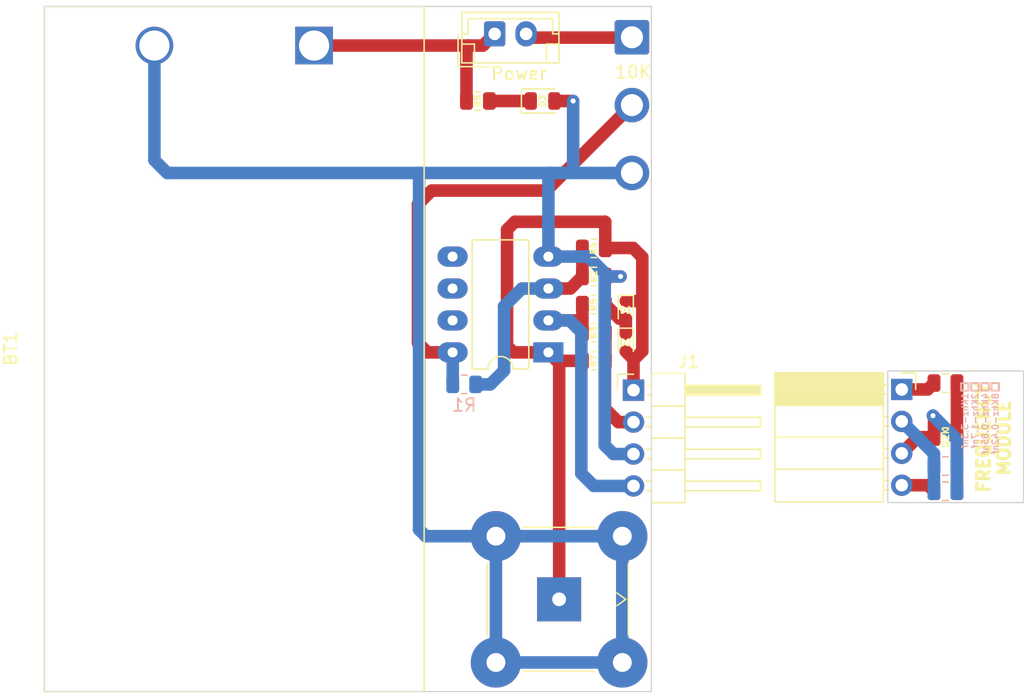
<source format=kicad_pcb>
(kicad_pcb (version 20211014) (generator pcbnew)
  (layers (0 "F.Cu" signal) (31 "B.Cu" signal) (34 "B.Paste" user) (35 "F.Paste" user) (36 "B.SilkS" user "B.Silkscreen") (37 "F.SilkS" user "F.Silkscreen") (38 "B.Mask" user) (39 "F.Mask" user) (44 "Edge.Cuts" user))
  (net 0 "")
  (net 1 "Net-(C3-Pad1)")
  (net 2 "Net-(C3-Pad2)")
  (net 3 "GND")
  (net 4 "Net-(C4-Pad2)")
  (net 5 "Net-(C5-Pad2)")
  (net 6 "Net-(D1-Pad2)")
  (net 7 "Net-(BT1-Pad1)")
  (net 8 "Net-(R1-Pad2)")
  (net 9 "Net-(R4-Pad2)")
  (net 10 "/Gnd_board")
  (net 11 "Net-(R3-Pad2)")
  (net 12 "Net-(R3-Pad1)")
  (net 13 "Net-(R1-Pad1)")
  (net 14 "Net-(RV1-Pad1)")
  (net 15 "Net-(D3-Pad1)")
  (footprint "Connector_Coaxial:BNC_TEConnectivity_1478035_Horizontal" (layer "F.Cu") (at 97.235 111.839894 -90)
    (fp_text reference "J3" hide)
    (fp_text value "Conn_Coaxial")
    (fp_line (start 2.825 -5.5) (end -2.825 -5.5) (layer "F.SilkS") (width 0.12))
    (fp_line (start 5.73 2.825) (end 5.73 -2.825) (layer "F.SilkS") (width 0.12))
    (fp_line (start -5.73 -2.825) (end -5.73 2.825) (layer "F.SilkS") (width 0.12))
    (fp_line (start 0 -5.3) (end 0.5 -4.6) (layer "F.SilkS") (width 0.12))
    (fp_line (start 0 -5.3) (end -0.5 -4.6) (layer "F.SilkS") (width 0.12))
    (fp_line (start -2.825 5.73) (end 2.825 5.73) (layer "F.SilkS") (width 0.12))
    (pad "1" thru_hole rect (at 0 0 270) (size 3.5 3.5) (drill 1.1) (layers *.Cu *.Mask) (net 9 "Net-(R4-Pad2)"))
    (pad "2" thru_hole circle (at 5.025 -5.025 270) (size 4 4) (drill 1.5) (layers *.Cu *.Mask) (net 3 "GND"))
    (pad "2" thru_hole circle (at 5.025 5.025 270) (size 4 4) (drill 1.5) (layers *.Cu *.Mask) (net 3 "GND"))
    (pad "2" thru_hole circle (at -5.025 -5.025 270) (size 4 4) (drill 1.5) (layers *.Cu *.Mask) (net 3 "GND"))
    (pad "2" thru_hole circle (at -5.025 5.025 270) (size 4 4) (drill 1.5) (layers *.Cu *.Mask) (net 3 "GND"))
  )
  (footprint "Battery:BatteryHolder_Eagle_12BH611-GR" (layer "F.Cu") (at 77.75 67.77 90)
    (fp_text reference "BT1" (at -24.13 -24.13 90) (layer "F.SilkS"))
    (fp_text value "9V")
    (fp_line (start -51.4 -21.45) (end 3.1 -21.45) (layer "F.SilkS") (width 0.12))
    (fp_line (start 3.1 8.75) (end -51.4 8.75) (layer "F.SilkS") (width 0.12))
    (fp_line (start 3.1 -21.45) (end 3.1 8.75) (layer "F.SilkS") (width 0.12))
    (fp_line (start -51.4 8.75) (end -51.4 -21.45) (layer "F.SilkS") (width 0.12))
    (pad "" np_thru_hole circle locked (at -24.15 4.75 90) (size 2.6 2.6) (drill 2.6) (layers *.Cu *.Mask))
    (pad "" np_thru_hole circle locked (at -38.9 -17.45 90) (size 2.6 2.6) (drill 2.6) (layers *.Cu *.Mask))
    (pad "" np_thru_hole circle locked (at -10.9 -17.45 90) (size 2.6 2.6) (drill 2.6) (layers *.Cu *.Mask))
    (pad "1" thru_hole rect locked (at 0 0 90) (size 3 3) (drill 2.4) (layers *.Cu *.Mask) (net 7 "Net-(BT1-Pad1)"))
    (pad "2" thru_hole circle locked (at 0 -12.7 90) (size 3 3) (drill 2.4) (layers *.Cu *.Mask) (net 3 "GND"))
  )
  (footprint "Resistor_SMD:R_0805_2012Metric" (layer "F.Cu") (at 127.96 103.24)
    (fp_text reference "C3" hide)
    (fp_text value "0.01uf")
    (fp_line (start -0.227064 0.735) (end 0.227064 0.735) (layer "F.SilkS") (width 0.12))
    (fp_line (start -0.227064 -0.735) (end 0.227064 -0.735) (layer "F.SilkS") (width 0.12))
    (pad "1" smd roundrect locked (at -0.9125 0) (size 1.025 1.4) (layers "F.Cu" "F.Paste" "F.Mask") (roundrect_rratio 0.243902) (net 1 "Net-(C3-Pad1)"))
    (pad "2" smd roundrect locked (at 0.9125 0) (size 1.025 1.4) (layers "F.Cu" "F.Paste" "F.Mask") (roundrect_rratio 0.243902) (net 2 "Net-(C3-Pad2)"))
  )
  (footprint "Connector_JST:JST_EH_B2B-EH-A_1x02_P2.50mm_Vertical" (layer "F.Cu") (at 92.11 66.84)
    (fp_text reference "Power" (at 1.927536 3.16) (layer "F.SilkS"))
    (fp_text value "SW_DIP_x01")
    (fp_line (start -1.61 0.81) (end -1.61 2.31) (layer "F.SilkS") (width 0.12))
    (fp_line (start 4.61 -1.21) (end 4.61 0) (layer "F.SilkS") (width 0.12))
    (fp_line (start -2.91 2.61) (end -0.41 2.61) (layer "F.SilkS") (width 0.12))
    (fp_line (start 4.11 0.81) (end 4.11 2.31) (layer "F.SilkS") (width 0.12))
    (fp_line (start -2.61 2.31) (end 5.11 2.31) (layer "F.SilkS") (width 0.12))
    (fp_line (start -2.11 -1.21) (end 4.61 -1.21) (layer "F.SilkS") (width 0.12))
    (fp_line (start -2.61 -1.71) (end -2.61 2.31) (layer "F.SilkS") (width 0.12))
    (fp_line (start 5.11 -1.71) (end -2.61 -1.71) (layer "F.SilkS") (width 0.12))
    (fp_line (start -2.61 0.81) (end -1.61 0.81) (layer "F.SilkS") (width 0.12))
    (fp_line (start 5.11 0.81) (end 4.11 0.81) (layer "F.SilkS") (width 0.12))
    (fp_line (start -2.11 0) (end -2.11 -1.21) (layer "F.SilkS") (width 0.12))
    (fp_line (start -2.91 0.11) (end -2.91 2.61) (layer "F.SilkS") (width 0.12))
    (fp_line (start -2.61 0) (end -2.11 0) (layer "F.SilkS") (width 0.12))
    (fp_line (start 5.11 2.31) (end 5.11 -1.71) (layer "F.SilkS") (width 0.12))
    (fp_line (start 4.61 0) (end 5.11 0) (layer "F.SilkS") (width 0.12))
    (pad "1" thru_hole roundrect locked (at 0 0) (size 1.7 2) (drill 1) (layers *.Cu *.Mask) (roundrect_rratio 0.147059) (net 7 "Net-(BT1-Pad1)"))
    (pad "2" thru_hole oval locked (at 2.5 0) (size 1.7 2) (drill 1) (layers *.Cu *.Mask) (net 14 "Net-(RV1-Pad1)"))
  )
  (footprint "Resistor_SMD:R_0805_2012Metric" (layer "F.Cu") (at 99.9975 88.385)
    (fp_text reference "R5" (at 0 0.005 90) (layer "F.SilkS") (effects (font (size 0.5 0.5) (thickness 0.125))))
    (fp_text value "470K")
    (fp_line (start -0.227064 -0.735) (end 0.227064 -0.735) (layer "F.SilkS") (width 0.12))
    (fp_line (start -0.227064 0.735) (end 0.227064 0.735) (layer "F.SilkS") (width 0.12))
    (pad "1" smd roundrect locked (at -0.9125 0) (size 1.025 1.4) (layers "F.Cu" "F.Paste" "F.Mask") (roundrect_rratio 0.243902) (net 12 "Net-(R3-Pad1)"))
    (pad "2" smd roundrect locked (at 0.9125 0) (size 1.025 1.4) (layers "F.Cu" "F.Paste" "F.Mask") (roundrect_rratio 0.243902) (net 6 "Net-(D1-Pad2)"))
  )
  (footprint "Connector_PinSocket_2.54mm:PinSocket_1x04_P2.54mm_Horizontal" (layer "F.Cu") (at 124.480322 95.14)
    (fp_text reference "J2" hide)
    (fp_text value "Freq_board")
    (fp_line (start -1.46 2.9) (end -1.05 2.9) (layer "F.SilkS") (width 0.12))
    (fp_line (start -1.46 7.98) (end -1.05 7.98) (layer "F.SilkS") (width 0.12))
    (fp_line (start -10.09 -0.383335) (end -1.46 -0.383335) (layer "F.SilkS") (width 0.12))
    (fp_line (start -10.09 -0.97381) (end -1.46 -0.97381) (layer "F.SilkS") (width 0.12))
    (fp_line (start -10.09 1.1519) (end -1.46 1.1519) (layer "F.SilkS") (width 0.12))
    (fp_line (start -10.09 8.95) (end -1.46 8.95) (layer "F.SilkS") (width 0.12))
    (fp_line (start -10.09 -0.02905) (end -1.46 -0.02905) (layer "F.SilkS") (width 0.12))
    (fp_line (start -1.46 0.36) (end -1.11 0.36) (layer "F.SilkS") (width 0.12))
    (fp_line (start -10.09 1.27) (end -1.46 1.27) (layer "F.SilkS") (width 0.12))
    (fp_line (start -10.09 -0.855715) (end -1.46 -0.855715) (layer "F.SilkS") (width 0.12))
    (fp_line (start 1.11 -1.33) (end 1.11 0) (layer "F.SilkS") (width 0.12))
    (fp_line (start -10.09 6.35) (end -1.46 6.35) (layer "F.SilkS") (width 0.12))
    (fp_line (start -1.46 -0.36) (end -1.11 -0.36) (layer "F.SilkS") (width 0.12))
    (fp_line (start -10.09 -0.147145) (end -1.46 -0.147145) (layer "F.SilkS") (width 0.12))
    (fp_line (start -1.46 5.44) (end -1.05 5.44) (layer "F.SilkS") (width 0.12))
    (fp_line (start -10.09 1.033805) (end -1.46 1.033805) (layer "F.SilkS") (width 0.12))
    (fp_line (start -10.09 -1.091905) (end -1.46 -1.091905) (layer "F.SilkS") (width 0.12))
    (fp_line (start -10.09 0.67952) (end -1.46 0.67952) (layer "F.SilkS") (width 0.12))
    (fp_line (start -10.09 -1.21) (end -1.46 -1.21) (layer "F.SilkS") (width 0.12))
    (fp_line (start -10.09 0.561425) (end -1.46 0.561425) (layer "F.SilkS") (width 0.12))
    (fp_line (start -10.09 -1.33) (end -10.09 8.95) (layer "F.SilkS") (width 0.12))
    (fp_line (start -10.09 -0.50143) (end -1.46 -0.50143) (layer "F.SilkS") (width 0.12))
    (fp_line (start -10.09 0.089045) (end -1.46 0.089045) (layer "F.SilkS") (width 0.12))
    (fp_line (start -10.09 -0.26524) (end -1.46 -0.26524) (layer "F.SilkS") (width 0.12))
    (fp_line (start -1.46 4.72) (end -1.05 4.72) (layer "F.SilkS") (width 0.12))
    (fp_line (start -10.09 -0.73762) (end -1.46 -0.73762) (layer "F.SilkS") (width 0.12))
    (fp_line (start -1.46 7.26) (end -1.05 7.26) (layer "F.SilkS") (width 0.12))
    (fp_line (start -10.09 0.797615) (end -1.46 0.797615) (layer "F.SilkS") (width 0.12))
    (fp_line (start -1.46 -1.33) (end -1.46 8.95) (layer "F.SilkS") (width 0.12))
    (fp_line (start -10.09 -0.619525) (end -1.46 -0.619525) (layer "F.SilkS") (width 0.12))
    (fp_line (start -10.09 0.91571) (end -1.46 0.91571) (layer "F.SilkS") (width 0.12))
    (fp_line (start -10.09 0.20714) (end -1.46 0.20714) (layer "F.SilkS") (width 0.12))
    (fp_line (start -1.46 2.18) (end -1.05 2.18) (layer "F.SilkS") (width 0.12))
    (fp_line (start 0 -1.33) (end 1.11 -1.33) (layer "F.SilkS") (width 0.12))
    (fp_line (start -10.09 -1.33) (end -1.46 -1.33) (layer "F.SilkS") (width 0.12))
    (fp_line (start -10.09 3.81) (end -1.46 3.81) (layer "F.SilkS") (width 0.12))
    (fp_line (start -10.09 0.44333) (end -1.46 0.44333) (layer "F.SilkS") (width 0.12))
    (fp_line (start -10.09 0.325235) (end -1.46 0.325235) (layer "F.SilkS") (width 0.12))
    (pad "1" thru_hole rect locked (at 0 0) (size 1.7 1.7) (drill 1) (layers *.Cu *.Mask) (net 5 "Net-(C5-Pad2)"))
    (pad "2" thru_hole oval locked (at 0 2.54) (size 1.7 1.7) (drill 1) (layers *.Cu *.Mask) (net 4 "Net-(C4-Pad2)"))
    (pad "3" thru_hole oval locked (at 0 5.08) (size 1.7 1.7) (drill 1) (layers *.Cu *.Mask) (net 10 "/Gnd_board"))
    (pad "4" thru_hole oval locked (at 0 7.62) (size 1.7 1.7) (drill 1) (layers *.Cu *.Mask) (net 1 "Net-(C3-Pad1)"))
  )
  (footprint "Resistor_SMD:R_0805_2012Metric" (layer "F.Cu") (at 90.78 72.182113 180)
    (fp_text reference "R8" (at 0.01 0 90) (layer "F.SilkS") (effects (font (size 0.5 0.5) (thickness 0.125))))
    (fp_text value "10K")
    (fp_line (start -0.227064 0.735) (end 0.227064 0.735) (layer "F.SilkS") (width 0.12))
    (fp_line (start -0.227064 -0.735) (end 0.227064 -0.735) (layer "F.SilkS") (width 0.12))
    (pad "1" smd roundrect locked (at -0.9125 0 180) (size 1.025 1.4) (layers "F.Cu" "F.Paste" "F.Mask") (roundrect_rratio 0.243902) (net 15 "Net-(D3-Pad1)"))
    (pad "2" smd roundrect locked (at 0.9125 0 180) (size 1.025 1.4) (layers "F.Cu" "F.Paste" "F.Mask") (roundrect_rratio 0.243902) (net 7 "Net-(BT1-Pad1)"))
  )
  (footprint "Connector_PinHeader_2.54mm:PinHeader_1x04_P2.54mm_Horizontal" (layer "F.Cu") (at 103.15104 95.196574)
    (fp_text reference "J1" (at 4.385 -2.27) (layer "F.SilkS"))
    (fp_text value "Board In")
    (fp_line (start 4.1 0.04) (end 10.1 0.04) (layer "F.SilkS") (width 0.12))
    (fp_line (start -1.27 -1.27) (end 0 -1.27) (layer "F.SilkS") (width 0.12))
    (fp_line (start 4.1 2.16) (end 10.1 2.16) (layer "F.SilkS") (width 0.12))
    (fp_line (start 1.042929 5.46) (end 1.44 5.46) (layer "F.SilkS") (width 0.12))
    (fp_line (start 10.1 2.92) (end 4.1 2.92) (layer "F.SilkS") (width 0.12))
    (fp_line (start 4.1 8.95) (end 4.1 -1.33) (layer "F.SilkS") (width 0.12))
    (fp_line (start 1.44 8.95) (end 4.1 8.95) (layer "F.SilkS") (width 0.12))
    (fp_line (start 10.1 7.24) (end 10.1 8) (layer "F.SilkS") (width 0.12))
    (fp_line (start 10.1 2.16) (end 10.1 2.92) (layer "F.SilkS") (width 0.12))
    (fp_line (start 1.042929 8) (end 1.44 8) (layer "F.SilkS") (width 0.12))
    (fp_line (start 10.1 4.7) (end 10.1 5.46) (layer "F.SilkS") (width 0.12))
    (fp_line (start 1.11 0.38) (end 1.44 0.38) (layer "F.SilkS") (width 0.12))
    (fp_line (start 1.44 3.81) (end 4.1 3.81) (layer "F.SilkS") (width 0.12))
    (fp_line (start 4.1 -0.32) (end 10.1 -0.32) (layer "F.SilkS") (width 0.12))
    (fp_line (start 4.1 -0.08) (end 10.1 -0.08) (layer "F.SilkS") (width 0.12))
    (fp_line (start -1.27 0) (end -1.27 -1.27) (layer "F.SilkS") (width 0.12))
    (fp_line (start 1.042929 7.24) (end 1.44 7.24) (layer "F.SilkS") (width 0.12))
    (fp_line (start 4.1 4.7) (end 10.1 4.7) (layer "F.SilkS") (width 0.12))
    (fp_line (start 1.44 1.27) (end 4.1 1.27) (layer "F.SilkS") (width 0.12))
    (fp_line (start 4.1 -0.38) (end 10.1 -0.38) (layer "F.SilkS") (width 0.12))
    (fp_line (start 4.1 -0.2) (end 10.1 -0.2) (layer "F.SilkS") (width 0.12))
    (fp_line (start 4.1 0.28) (end 10.1 0.28) (layer "F.SilkS") (width 0.12))
    (fp_line (start 10.1 5.46) (end 4.1 5.46) (layer "F.SilkS") (width 0.12))
    (fp_line (start 1.44 -1.33) (end 1.44 8.95) (layer "F.SilkS") (width 0.12))
    (fp_line (start 4.1 0.16) (end 10.1 0.16) (layer "F.SilkS") (width 0.12))
    (fp_line (start 10.1 8) (end 4.1 8) (layer "F.SilkS") (width 0.12))
    (fp_line (start 10.1 -0.38) (end 10.1 0.38) (layer "F.SilkS") (width 0.12))
    (fp_line (start 4.1 -1.33) (end 1.44 -1.33) (layer "F.SilkS") (width 0.12))
    (fp_line (start 1.042929 4.7) (end 1.44 4.7) (layer "F.SilkS") (width 0.12))
    (fp_line (start 1.042929 2.16) (end 1.44 2.16) (layer "F.SilkS") (width 0.12))
    (fp_line (start 1.11 -0.38) (end 1.44 -0.38) (layer "F.SilkS") (width 0.12))
    (fp_line (start 1.042929 2.92) (end 1.44 2.92) (layer "F.SilkS") (width 0.12))
    (fp_line (start 1.44 6.35) (end 4.1 6.35) (layer "F.SilkS") (width 0.12))
    (fp_line (start 4.1 7.24) (end 10.1 7.24) (layer "F.SilkS") (width 0.12))
    (fp_line (start 10.1 0.38) (end 4.1 0.38) (layer "F.SilkS") (width 0.12))
    (pad "1" thru_hole rect locked (at 0 0) (size 1.7 1.7) (drill 1) (layers *.Cu *.Mask) (net 9 "Net-(R4-Pad2)"))
    (pad "2" thru_hole oval locked (at 0 2.54) (size 1.7 1.7) (drill 1) (layers *.Cu *.Mask) (net 11 "Net-(R3-Pad2)"))
    (pad "3" thru_hole oval locked (at 0 5.08) (size 1.7 1.7) (drill 1) (layers *.Cu *.Mask) (net 3 "GND"))
    (pad "4" thru_hole oval locked (at 0 7.62) (size 1.7 1.7) (drill 1) (layers *.Cu *.Mask) (net 12 "Net-(R3-Pad1)"))
  )
  (footprint "Resistor_SMD:R_0805_2012Metric" (layer "F.Cu") (at 99.9975 86.1475)
    (fp_text reference "R2" (at -0.000509 -0.0075 90) (layer "F.SilkS") (effects (font (size 0.5 0.5) (thickness 0.125))))
    (fp_text value "10K")
    (fp_line (start -0.227064 0.735) (end 0.227064 0.735) (layer "F.SilkS") (width 0.12))
    (fp_line (start -0.227064 -0.735) (end 0.227064 -0.735) (layer "F.SilkS") (width 0.12))
    (pad "1" smd roundrect locked (at -0.9125 0) (size 1.025 1.4) (layers "F.Cu" "F.Paste" "F.Mask") (roundrect_rratio 0.243902) (net 8 "Net-(R1-Pad2)"))
    (pad "2" smd roundrect locked (at 0.9125 0) (size 1.025 1.4) (layers "F.Cu" "F.Paste" "F.Mask") (roundrect_rratio 0.243902) (net 3 "GND"))
  )
  (footprint "Resistor_SMD:R_0805_2012Metric" (layer "F.Cu") (at 99.9975 83.91)
    (fp_text reference "R4" (at 0 0 90) (layer "F.SilkS") (effects (font (size 0.5 0.5) (thickness 0.125))))
    (fp_text value "300K")
    (fp_line (start -0.227064 0.735) (end 0.227064 0.735) (layer "F.SilkS") (width 0.12))
    (fp_line (start -0.227064 -0.735) (end 0.227064 -0.735) (layer "F.SilkS") (width 0.12))
    (pad "1" smd roundrect locked (at -0.9125 0) (size 1.025 1.4) (layers "F.Cu" "F.Paste" "F.Mask") (roundrect_rratio 0.243902) (net 8 "Net-(R1-Pad2)"))
    (pad "2" smd roundrect locked (at 0.9125 0) (size 1.025 1.4) (layers "F.Cu" "F.Paste" "F.Mask") (roundrect_rratio 0.243902) (net 9 "Net-(R4-Pad2)"))
  )
  (footprint "Package_DIP:DIP-8_W7.62mm_LongPads" (layer "F.Cu") (at 96.3825 92.185 180)
    (fp_text reference "U1" hide)
    (fp_text value "LM358")
    (fp_line (start 1.56 8.95) (end 6.06 8.95) (layer "F.SilkS") (width 0.12))
    (fp_line (start 6.06 8.95) (end 6.06 -1.33) (layer "F.SilkS") (width 0.12))
    (fp_line (start 2.81 -1.33) (end 1.56 -1.33) (layer "F.SilkS") (width 0.12))
    (fp_line (start 1.56 -1.33) (end 1.56 8.95) (layer "F.SilkS") (width 0.12))
    (fp_line (start 6.06 -1.33) (end 4.81 -1.33) (layer "F.SilkS") (width 0.12))
    (fp_arc (start 4.81 -1.33) (mid 3.81 -0.33) (end 2.81 -1.33) (layer "F.SilkS") (width 0.12))
    (pad "1" thru_hole rect locked (at 0 0 180) (size 2.4 1.6) (drill 0.8) (layers *.Cu *.Mask) (net 9 "Net-(R4-Pad2)"))
    (pad "2" thru_hole oval locked (at 0 2.54 180) (size 2.4 1.6) (drill 0.8) (layers *.Cu *.Mask) (net 12 "Net-(R3-Pad1)"))
    (pad "3" thru_hole oval locked (at 0 5.08 180) (size 2.4 1.6) (drill 0.8) (layers *.Cu *.Mask) (net 8 "Net-(R1-Pad2)"))
    (pad "4" thru_hole oval locked (at 0 7.62 180) (size 2.4 1.6) (drill 0.8) (layers *.Cu *.Mask) (net 3 "GND"))
    (pad "5" thru_hole oval locked (at 7.62 7.62 180) (size 2.4 1.6) (drill 0.8) (layers *.Cu *.Mask))
    (pad "6" thru_hole oval locked (at 7.62 5.08 180) (size 2.4 1.6) (drill 0.8) (layers *.Cu *.Mask))
    (pad "7" thru_hole oval locked (at 7.62 2.54 180) (size 2.4 1.6) (drill 0.8) (layers *.Cu *.Mask))
    (pad "8" thru_hole oval locked (at 7.62 0 180) (size 2.4 1.6) (drill 0.8) (layers *.Cu *.Mask) (net 13 "Net-(R1-Pad1)"))
  )
  (footprint "Connector_Wire:SolderWire-1sqmm_1x03_P5.4mm_D1.4mm_OD2.7mm" (layer "F.Cu") (at 103.025746 67.11 -90)
    (fp_text reference "10K" (at 2.77 -0.094254 180) (layer "F.SilkS"))
    (fp_text value "10K")
    (pad "1" thru_hole roundrect locked (at 0 0 270) (size 2.75 2.75) (drill 1.75) (layers *.Cu *.Mask) (roundrect_rratio 0.090909) (net 14 "Net-(RV1-Pad1)"))
    (pad "2" thru_hole circle locked (at 5.4 0 270) (size 2.75 2.75) (drill 1.75) (layers *.Cu *.Mask) (net 13 "Net-(R1-Pad1)"))
    (pad "3" thru_hole circle locked (at 10.8 0 270) (size 2.75 2.75) (drill 1.75) (layers *.Cu *.Mask) (net 3 "GND"))
  )
  (footprint "LED_SMD:LED_0805_2012Metric" (layer "F.Cu") (at 95.92 72.182113)
    (fp_text reference "D3" (at -0.01 0 90) (layer "F.SilkS") (effects (font (size 0.5 0.5) (thickness 0.125))))
    (fp_text value "LED")
    (fp_line (start -1.685 0.96) (end 1 0.96) (layer "F.SilkS") (width 0.12))
    (fp_line (start 1 -0.96) (end -1.685 -0.96) (layer "F.SilkS") (width 0.12))
    (fp_line (start -1.685 -0.96) (end -1.685 0.96) (layer "F.SilkS") (width 0.12))
    (pad "1" smd roundrect locked (at -0.9375 0) (size 0.975 1.4) (layers "F.Cu" "F.Paste" "F.Mask") (net 15 "Net-(D3-Pad1)"))
    (pad "2" smd roundrect locked (at 0.9375 0) (size 0.975 1.4) (layers "F.Cu" "F.Paste" "F.Mask") (net 3 "GND"))
  )
  (footprint "Resistor_SMD:R_0805_2012Metric" (layer "F.Cu") (at 127.96 98.935 180)
    (fp_text reference "22K" (at -0.02 0.015 90) (layer "F.SilkS") (effects (font (size 0.5 0.5) (thickness 0.125))))
    (fp_text value "22k")
    (fp_line (start -0.227064 -0.735) (end 0.227064 -0.735) (layer "F.SilkS") (width 0.12))
    (fp_line (start -0.227064 0.735) (end 0.227064 0.735) (layer "F.SilkS") (width 0.12))
    (pad "1" smd roundrect locked (at -0.9125 0 180) (size 1.025 1.4) (layers "F.Cu" "F.Paste" "F.Mask") (roundrect_rratio 0.243902) (net 2 "Net-(C3-Pad2)"))
    (pad "2" smd roundrect locked (at 0.9125 0 180) (size 1.025 1.4) (layers "F.Cu" "F.Paste" "F.Mask") (roundrect_rratio 0.243902) (net 10 "/Gnd_board"))
  )
  (footprint "Resistor_SMD:R_0805_2012Metric" (layer "F.Cu") (at 99.9975 92.86 180)
    (fp_text reference "R7" (at 0 0 90) (layer "F.SilkS") (effects (font (size 0.5 0.5) (thickness 0.125))))
    (fp_text value "47k")
    (fp_line (start -0.227064 -0.735) (end 0.227064 -0.735) (layer "F.SilkS") (width 0.12))
    (fp_line (start -0.227064 0.735) (end 0.227064 0.735) (layer "F.SilkS") (width 0.12))
    (pad "1" smd roundrect locked (at -0.9125 0 180) (size 1.025 1.4) (layers "F.Cu" "F.Paste" "F.Mask") (roundrect_rratio 0.243902) (net 11 "Net-(R3-Pad2)"))
    (pad "2" smd roundrect locked (at 0.9125 0 180) (size 1.025 1.4) (layers "F.Cu" "F.Paste" "F.Mask") (roundrect_rratio 0.243902) (net 9 "Net-(R4-Pad2)"))
  )
  (footprint "Diode_SMD:D_SOD-523" (layer "F.Cu") (at 102.54 91.410947 -90)
    (fp_text reference "D2" (at -0.000947 0 180) (layer "F.SilkS") (effects (font (size 0.5 0.5) (thickness 0.125))))
    (fp_text value "1N4148")
    (fp_line (start 0.7 0.6) (end -1.15 0.6) (layer "F.SilkS") (width 0.12))
    (fp_line (start -1.15 -0.6) (end -1.15 0.6) (layer "F.SilkS") (width 0.12))
    (fp_line (start 0.7 -0.6) (end -1.15 -0.6) (layer "F.SilkS") (width 0.12))
    (pad "1" smd rect locked (at -0.7 0 90) (size 0.6 0.7) (layers "F.Cu" "F.Paste" "F.Mask") (net 6 "Net-(D1-Pad2)"))
    (pad "2" smd rect locked (at 0.7 0 90) (size 0.6 0.7) (layers "F.Cu" "F.Paste" "F.Mask") (net 9 "Net-(R4-Pad2)"))
  )
  (footprint "Resistor_SMD:R_0805_2012Metric" (layer "F.Cu") (at 99.9975 90.6225)
    (fp_text reference "R3" (at 0 -0.0125 90) (layer "F.SilkS") (effects (font (size 0.5 0.5) (thickness 0.125))))
    (fp_text value "47K")
    (fp_line (start -0.227064 -0.735) (end 0.227064 -0.735) (layer "F.SilkS") (width 0.12))
    (fp_line (start -0.227064 0.735) (end 0.227064 0.735) (layer "F.SilkS") (width 0.12))
    (pad "1" smd roundrect locked (at -0.9125 0) (size 1.025 1.4) (layers "F.Cu" "F.Paste" "F.Mask") (roundrect_rratio 0.243902) (net 12 "Net-(R3-Pad1)"))
    (pad "2" smd roundrect locked (at 0.9125 0) (size 1.025 1.4) (layers "F.Cu" "F.Paste" "F.Mask") (roundrect_rratio 0.243902) (net 11 "Net-(R3-Pad2)"))
  )
  (footprint "Resistor_SMD:R_0805_2012Metric" (layer "F.Cu") (at 127.96 94.63 180)
    (fp_text reference "C5" hide)
    (fp_text value "0.01uf")
    (fp_line (start -0.227064 -0.735) (end 0.227064 -0.735) (layer "F.SilkS") (width 0.12))
    (fp_line (start -0.227064 0.735) (end 0.227064 0.735) (layer "F.SilkS") (width 0.12))
    (pad "1" smd roundrect locked (at -0.9125 0 180) (size 1.025 1.4) (layers "F.Cu" "F.Paste" "F.Mask") (roundrect_rratio 0.243902) (net 2 "Net-(C3-Pad2)"))
    (pad "2" smd roundrect locked (at 0.9125 0 180) (size 1.025 1.4) (layers "F.Cu" "F.Paste" "F.Mask") (roundrect_rratio 0.243902) (net 5 "Net-(C5-Pad2)"))
  )
  (footprint "Diode_SMD:D_SOD-523" (layer "F.Cu") (at 102.54 88.805947 -90)
    (fp_text reference "D1" (at 0.024053 -0.01 180) (layer "F.SilkS") (effects (font (size 0.5 0.5) (thickness 0.125))))
    (fp_text value "1N4148")
    (fp_line (start 0.7 -0.6) (end -1.15 -0.6) (layer "F.SilkS") (width 0.12))
    (fp_line (start -1.15 -0.6) (end -1.15 0.6) (layer "F.SilkS") (width 0.12))
    (fp_line (start 0.7 0.6) (end -1.15 0.6) (layer "F.SilkS") (width 0.12))
    (pad "1" smd rect locked (at -0.7 0 90) (size 0.6 0.7) (layers "F.Cu" "F.Paste" "F.Mask") (net 9 "Net-(R4-Pad2)"))
    (pad "2" smd rect locked (at 0.7 0 90) (size 0.6 0.7) (layers "F.Cu" "F.Paste" "F.Mask") (net 6 "Net-(D1-Pad2)"))
  )
  (footprint "Resistor_SMD:R_0805_2012Metric" (layer "B.Cu") (at 89.6875 94.735)
    (fp_text reference "R1" (at 0 1.65) (layer "B.SilkS") (effects (justify mirror)))
    (fp_text value "10K")
    (fp_line (start -0.227064 -0.735) (end 0.227064 -0.735) (layer "B.SilkS") (width 0.12))
    (fp_line (start -0.227064 0.735) (end 0.227064 0.735) (layer "B.SilkS") (width 0.12))
    (pad "1" smd roundrect locked (at -0.9125 0) (size 1.025 1.4) (layers "B.Cu" "B.Paste" "B.Mask") (roundrect_rratio 0.243902) (net 13 "Net-(R1-Pad1)"))
    (pad "2" smd roundrect locked (at 0.9125 0) (size 1.025 1.4) (layers "B.Cu" "B.Paste" "B.Mask") (roundrect_rratio 0.243902) (net 8 "Net-(R1-Pad2)"))
  )
  (footprint "Resistor_SMD:R_0805_2012Metric" (layer "B.Cu") (at 127.954153 103.24 180)
    (fp_text reference "C1" hide)
    (fp_text value "0.01uf")
    (fp_line (start -0.227064 -0.735) (end 0.227064 -0.735) (layer "B.SilkS") (width 0.12))
    (fp_line (start -0.227064 0.735) (end 0.227064 0.735) (layer "B.SilkS") (width 0.12))
    (pad "1" smd roundrect locked (at -0.9125 0 180) (size 1.025 1.4) (layers "B.Cu" "B.Paste" "B.Mask") (roundrect_rratio 0.243902) (net 10 "/Gnd_board"))
    (pad "2" smd roundrect locked (at 0.9125 0 180) (size 1.025 1.4) (layers "B.Cu" "B.Paste" "B.Mask") (roundrect_rratio 0.243902) (net 4 "Net-(C4-Pad2)"))
  )
  (footprint "Resistor_SMD:R_0805_2012Metric" (layer "B.Cu") (at 127.954153 101.23 180)
    (fp_text reference "C4" hide)
    (fp_text value "0.01uf")
    (fp_line (start -0.227064 -0.735) (end 0.227064 -0.735) (layer "B.SilkS") (width 0.12))
    (fp_line (start -0.227064 0.735) (end 0.227064 0.735) (layer "B.SilkS") (width 0.12))
    (pad "1" smd roundrect locked (at -0.9125 0 180) (size 1.025 1.4) (layers "B.Cu" "B.Paste" "B.Mask") (roundrect_rratio 0.243902) (net 10 "/Gnd_board"))
    (pad "2" smd roundrect locked (at 0.9125 0 180) (size 1.025 1.4) (layers "B.Cu" "B.Paste" "B.Mask") (roundrect_rratio 0.243902) (net 4 "Net-(C4-Pad2)"))
  )
  (gr_rect (start 129.79 95.23) (end 129.2 94.64) (layer "B.SilkS") (width 0.15) (fill none))
  (gr_rect (start 130.596666 95.23) (end 130.006666 94.64) (layer "B.SilkS") (width 0.15) (fill none))
  (gr_rect (start 132.21 95.23) (end 131.62 94.64) (layer "B.SilkS") (width 0.15) (fill none))
  (gr_rect (start 131.403332 95.23) (end 130.813332 94.64) (layer "B.SilkS") (width 0.15) (fill none))
  (gr_rect (start 56.3 64.66) (end 104.57 119.18) (layer "Edge.Cuts") (width 0.1) (fill none))
  (gr_rect (start 123.37 93.67) (end 134.17 104.14) (layer "Edge.Cuts") (width 0.1) (fill none))
  (gr_text "1Khz-3.3nf\n2Khz-1.7nf\n4Khz-0.85nf\n8Khz-0.42nf" (at 130.72 95.37 90) (layer "B.SilkS") (effects (font (size 0.5 0.5) (thickness 0.1)) (justify left mirror)))
  (gr_text "FREQUENCY\nMODULE" (at 131.8 98.990001 90) (layer "F.SilkS") (effects (font (size 1 1) (thickness 0.25))))
  (segment (start 126.5675 102.76) (end 127.0475 103.24) (width 1) (layer "F.Cu") (net 1))
  (segment (start 124.480322 102.76) (end 126.5675 102.76) (width 1) (layer "F.Cu") (net 1))
  (segment (start 128.8725 94.63) (end 128.8725 103.24) (width 1) (layer "F.Cu") (net 2))
  (segment (start 96.8575 72.182113) (end 98.35 72.182113) (width 1) (layer "F.Cu") (net 3))
  (segment (start 100.91 86.1475) (end 102.1225 86.1475) (width 1) (layer "F.Cu") (net 3))
  (via (at 98.35 72.182113) (size 0.8) (drill 0.4) (layers "F.Cu" "B.Cu") (net 3))
  (via (at 102.1225 86.1475) (size 0.8) (drill 0.4) (layers "F.Cu" "B.Cu") (net 3))
  (segment (start 65.05 76.89) (end 65.05 67.77) (width 1) (layer "B.Cu") (net 3))
  (segment (start 96.3825 84.565) (end 96.3825 78.0675) (width 1) (layer "B.Cu") (net 3))
  (segment (start 97.38 77.91) (end 96.54 77.91) (width 1) (layer "B.Cu") (net 3))
  (segment (start 96.54 77.91) (end 86.1 77.91) (width 1) (layer "B.Cu") (net 3))
  (segment (start 99.555 84.565) (end 96.3825 84.565) (width 1) (layer "B.Cu") (net 3))
  (segment (start 103.15104 100.276574) (end 101.556574 100.276574) (width 1) (layer "B.Cu") (net 3))
  (segment (start 86.1 77.91) (end 86.1 106.29) (width 1) (layer "B.Cu") (net 3))
  (segment (start 98.35 77.82) (end 98.44 77.91) (width 1) (layer "B.Cu") (net 3))
  (segment (start 98.35 72.182113) (end 98.35 77.82) (width 1) (layer "B.Cu") (net 3))
  (segment (start 100.86 85.87) (end 99.555 84.565) (width 1) (layer "B.Cu") (net 3))
  (segment (start 102.1225 86.1475) (end 101.1075 86.1475) (width 1) (layer "B.Cu") (net 3))
  (segment (start 100.86 85.9) (end 100.86 85.87) (width 1) (layer "B.Cu") (net 3))
  (segment (start 92.21 116.864894) (end 92.21 106.814894) (width 1) (layer "B.Cu") (net 3))
  (segment (start 86.1 77.91) (end 66.07 77.91) (width 1) (layer "B.Cu") (net 3))
  (segment (start 100.86 99.58) (end 100.86 85.9) (width 1) (layer "B.Cu") (net 3))
  (segment (start 97.38 77.91) (end 98.44 77.91) (width 1) (layer "B.Cu") (net 3))
  (segment (start 102.26 106.814894) (end 102.26 116.864894) (width 1) (layer "B.Cu") (net 3))
  (segment (start 92.21 106.814894) (end 102.26 106.814894) (width 1) (layer "B.Cu") (net 3))
  (segment (start 86.624894 106.814894) (end 92.21 106.814894) (width 1) (layer "B.Cu") (net 3))
  (segment (start 86.1 106.29) (end 86.624894 106.814894) (width 1) (layer "B.Cu") (net 3))
  (segment (start 96.3825 78.0675) (end 96.54 77.91) (width 1) (layer "B.Cu") (net 3))
  (segment (start 101.556574 100.276574) (end 100.86 99.58) (width 1) (layer "B.Cu") (net 3))
  (segment (start 66.07 77.91) (end 65.05 76.89) (width 1) (layer "B.Cu") (net 3))
  (segment (start 101.1075 86.1475) (end 100.86 85.9) (width 1) (layer "B.Cu") (net 3))
  (segment (start 98.44 77.91) (end 103.025746 77.91) (width 1) (layer "B.Cu") (net 3))
  (segment (start 102.26 116.864894) (end 92.21 116.864894) (width 1) (layer "B.Cu") (net 3))
  (segment (start 127.041653 100.241331) (end 124.480322 97.68) (width 1) (layer "B.Cu") (net 4))
  (segment (start 127.041653 103.24) (end 127.041653 101.23) (width 1) (layer "B.Cu") (net 4))
  (segment (start 127.041653 101.23) (end 127.041653 100.241331) (width 1) (layer "B.Cu") (net 4))
  (segment (start 124.480322 95.14) (end 126.5375 95.14) (width 1) (layer "F.Cu") (net 5))
  (segment (start 126.5375 95.14) (end 127.0475 94.63) (width 1) (layer "F.Cu") (net 5))
  (segment (start 102.030947 89.505947) (end 100.91 88.385) (width 1) (layer "F.Cu") (net 6))
  (segment (start 102.54 90.710947) (end 102.54 89.505947) (width 1) (layer "F.Cu") (net 6))
  (segment (start 102.54 89.505947) (end 102.030947 89.505947) (width 1) (layer "F.Cu") (net 6))
  (segment (start 89.8675 72.182113) (end 89.8675 67.9125) (width 1) (layer "F.Cu") (net 7))
  (segment (start 92.11 66.84) (end 91.18 67.77) (width 1) (layer "F.Cu") (net 7))
  (segment (start 89.8675 67.9125) (end 90.01 67.77) (width 1) (layer "F.Cu") (net 7))
  (segment (start 90.01 67.77) (end 77.75 67.77) (width 1) (layer "F.Cu") (net 7))
  (segment (start 91.18 67.77) (end 90.01 67.77) (width 1) (layer "F.Cu") (net 7))
  (segment (start 96.3825 87.105) (end 98.1275 87.105) (width 1) (layer "F.Cu") (net 8))
  (segment (start 98.1275 87.105) (end 99.085 86.1475) (width 1) (layer "F.Cu") (net 8))
  (segment (start 99.085 83.91) (end 99.085 86.1475) (width 1) (layer "F.Cu") (net 8))
  (segment (start 92.8575 88.525) (end 94.2775 87.105) (width 1) (layer "B.Cu") (net 8))
  (segment (start 90.6 94.735) (end 91.7575 94.735) (width 1) (layer "B.Cu") (net 8))
  (segment (start 92.8575 93.635) (end 92.8575 88.525) (width 1) (layer "B.Cu") (net 8))
  (segment (start 91.7575 94.735) (end 92.8575 93.635) (width 1) (layer "B.Cu") (net 8))
  (segment (start 94.2775 87.105) (end 96.3825 87.105) (width 1) (layer "B.Cu") (net 8))
  (segment (start 102.54 92.110947) (end 103.18 92.750947) (width 1) (layer "F.Cu") (net 9))
  (segment (start 93.0975 82.415) (end 93.0975 91.675) (width 1) (layer "F.Cu") (net 9))
  (segment (start 103.655947 84.415947) (end 103.12 83.88) (width 1) (layer "F.Cu") (net 9))
  (segment (start 100.91 83.91) (end 100.91 83.679676) (width 1) (layer "F.Cu") (net 9))
  (segment (start 93.6075 92.185) (end 96.3825 92.185) (width 1) (layer "F.Cu") (net 9))
  (segment (start 97.24 93.0425) (end 96.3825 92.185) (width 1) (layer "F.Cu") (net 9))
  (segment (start 97.24 112.14) (end 97.24 93.0425) (width 1) (layer "F.Cu") (net 9))
  (segment (start 100.8875 81.795) (end 93.7175 81.795) (width 1) (layer "F.Cu") (net 9))
  (segment (start 103.12 83.88) (end 100.94 83.88) (width 1) (layer "F.Cu") (net 9))
  (segment (start 100.9075 81.815) (end 100.8875 81.795) (width 1) (layer "F.Cu") (net 9))
  (segment (start 103.85 88.3) (end 103.655947 88.105947) (width 1) (layer "F.Cu") (net 9))
  (segment (start 103.18 92.750947) (end 103.85 92.080947) (width 1) (layer "F.Cu") (net 9))
  (segment (start 99.085 92.86) (end 97.0575 92.86) (width 1) (layer "F.Cu") (net 9))
  (segment (start 103.15104 95.196574) (end 103.15104 92.721987) (width 1) (layer "F.Cu") (net 9))
  (segment (start 103.85 92.080947) (end 103.85 88.3) (width 1) (layer "F.Cu") (net 9))
  (segment (start 103.85 84.61) (end 103.655947 84.415947) (width 1) (layer "F.Cu") (net 9))
  (segment (start 103.85 88.3) (end 103.85 84.61) (width 1) (layer "F.Cu") (net 9))
  (segment (start 102.54 88.105947) (end 103.655947 88.105947) (width 1) (layer "F.Cu") (net 9))
  (segment (start 100.9075 83.677176) (end 100.9075 81.815) (width 1) (layer "F.Cu") (net 9))
  (segment (start 103.15104 92.721987) (end 102.54 92.110947) (width 1) (layer "F.Cu") (net 9))
  (segment (start 100.91 83.679676) (end 100.9075 83.677176) (width 1) (layer "F.Cu") (net 9))
  (segment (start 100.94 83.88) (end 100.91 83.91) (width 1) (layer "F.Cu") (net 9))
  (segment (start 97.0575 92.86) (end 96.3825 92.185) (width 1) (layer "F.Cu") (net 9))
  (segment (start 93.7175 81.795) (end 93.0975 82.415) (width 1) (layer "F.Cu") (net 9))
  (segment (start 93.0975 91.675) (end 93.6075 92.185) (width 1) (layer "F.Cu") (net 9))
  (segment (start 127.0475 97.3075) (end 126.965 97.225) (width 1) (layer "F.Cu") (net 10))
  (segment (start 125.765322 98.935) (end 124.480322 100.22) (width 1) (layer "F.Cu") (net 10))
  (segment (start 127.0475 98.935) (end 127.0475 97.3075) (width 1) (layer "F.Cu") (net 10))
  (segment (start 127.0475 98.935) (end 125.765322 98.935) (width 1) (layer "F.Cu") (net 10))
  (via (at 126.965 97.225) (size 0.8) (drill 0.4) (layers "F.Cu" "B.Cu") (net 10))
  (segment (start 128.866653 103.24) (end 128.866653 101.23) (width 1) (layer "B.Cu") (net 10))
  (segment (start 128.866653 101.23) (end 128.866653 99.126653) (width 1) (layer "B.Cu") (net 10))
  (segment (start 128.866653 99.126653) (end 126.965 97.225) (width 1) (layer "B.Cu") (net 10))
  (segment (start 126.965 97.225) (end 126.96 97.22) (width 1) (layer "B.Cu") (net 10))
  (segment (start 101.948959 97.736574) (end 100.88104 96.668655) (width 1) (layer "F.Cu") (net 11))
  (segment (start 103.15104 97.736574) (end 101.948959 97.736574) (width 1) (layer "F.Cu") (net 11))
  (segment (start 100.88104 92.88896) (end 100.91 92.86) (width 1) (layer "F.Cu") (net 11))
  (segment (start 100.88104 96.668655) (end 100.88104 92.88896) (width 1) (layer "F.Cu") (net 11))
  (segment (start 100.91 90.6225) (end 100.91 92.86) (width 1) (layer "F.Cu") (net 11))
  (segment (start 96.3825 89.645) (end 98.8975 89.645) (width 1) (layer "F.Cu") (net 12))
  (segment (start 99.085 90.6225) (end 99.085 89.4575) (width 1) (layer "F.Cu") (net 12))
  (segment (start 98.8975 89.645) (end 99.085 89.4575) (width 1) (layer "F.Cu") (net 12))
  (segment (start 99.085 89.4575) (end 99.085 88.385) (width 1) (layer "F.Cu") (net 12))
  (segment (start 99.99104 102.816574) (end 99.00104 101.826574) (width 1) (layer "B.Cu") (net 12))
  (segment (start 99.00104 90.62896) (end 99.03 90.6) (width 1) (layer "B.Cu") (net 12))
  (segment (start 98.075 89.645) (end 96.3825 89.645) (width 1) (layer "B.Cu") (net 12))
  (segment (start 99.00104 101.826574) (end 99.00104 90.62896) (width 1) (layer "B.Cu") (net 12))
  (segment (start 103.15104 102.816574) (end 99.99104 102.816574) (width 1) (layer "B.Cu") (net 12))
  (segment (start 99.03 90.6) (end 98.075 89.645) (width 1) (layer "B.Cu") (net 12))
  (segment (start 96.225746 79.31) (end 87.1 79.31) (width 1) (layer "F.Cu") (net 13))
  (segment (start 86.765 92.185) (end 88.7625 92.185) (width 1) (layer "F.Cu") (net 13))
  (segment (start 86.01 91.43) (end 86.765 92.185) (width 1) (layer "F.Cu") (net 13))
  (segment (start 87.1 79.31) (end 86.01 80.4) (width 1) (layer "F.Cu") (net 13))
  (segment (start 103.025746 72.51) (end 96.225746 79.31) (width 1) (layer "F.Cu") (net 13))
  (segment (start 86.01 80.4) (end 86.01 91.43) (width 1) (layer "F.Cu") (net 13))
  (segment (start 88.775 94.735) (end 88.775 92.1975) (width 1) (layer "B.Cu") (net 13))
  (segment (start 88.775 92.1975) (end 88.7625 92.185) (width 1) (layer "B.Cu") (net 13))
  (segment (start 103.26 67.14) (end 94.91 67.14) (width 1) (layer "F.Cu") (net 14))
  (segment (start 94.91 67.14) (end 94.61 66.84) (width 1) (layer "F.Cu") (net 14))
  (segment (start 91.6925 72.182113) (end 94.9825 72.182113) (width 1) (layer "F.Cu") (net 15))
)
</source>
